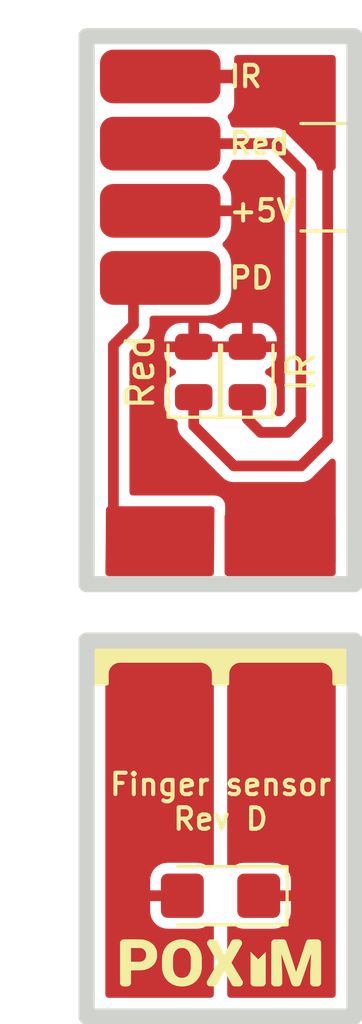
<source format=kicad_pcb>
(kicad_pcb (version 20171130) (host pcbnew "(5.1.0-0)")

  (general
    (thickness 1.6)
    (drawings 46)
    (tracks 27)
    (zones 0)
    (modules 5)
    (nets 5)
  )

  (page A4)
  (title_block
    (title "Finger sensor")
    (date 2020-04-27)
    (rev "Test proto")
    (company POxiM)
    (comment 1 "By Arthur Admiraal")
    (comment 2 "Infrared and red transmissivity sensor")
  )

  (layers
    (0 F.Cu signal)
    (31 B.Cu signal)
    (32 B.Adhes user)
    (33 F.Adhes user)
    (34 B.Paste user)
    (35 F.Paste user)
    (36 B.SilkS user)
    (37 F.SilkS user)
    (38 B.Mask user)
    (39 F.Mask user)
    (40 Dwgs.User user)
    (41 Cmts.User user)
    (42 Eco1.User user)
    (43 Eco2.User user)
    (44 Edge.Cuts user)
    (45 Margin user)
    (46 B.CrtYd user)
    (47 F.CrtYd user)
    (48 B.Fab user)
    (49 F.Fab user)
  )

  (setup
    (last_trace_width 0.2)
    (user_trace_width 0.2)
    (user_trace_width 0.25)
    (user_trace_width 0.3)
    (user_trace_width 0.4)
    (user_trace_width 0.5)
    (user_trace_width 1)
    (user_trace_width 2)
    (user_trace_width 2.5)
    (trace_clearance 0.2)
    (zone_clearance 0)
    (zone_45_only no)
    (trace_min 0.2)
    (via_size 0.8)
    (via_drill 0.4)
    (via_min_size 0.4)
    (via_min_drill 0.3)
    (user_via 0.6 0.3)
    (uvia_size 0.3)
    (uvia_drill 0.1)
    (uvias_allowed no)
    (uvia_min_size 0.2)
    (uvia_min_drill 0.1)
    (edge_width 0.05)
    (segment_width 0.2)
    (pcb_text_width 0.3)
    (pcb_text_size 1.5 1.5)
    (mod_edge_width 0.12)
    (mod_text_size 1 1)
    (mod_text_width 0.15)
    (pad_size 1.524 1.524)
    (pad_drill 0.762)
    (pad_to_mask_clearance 0.051)
    (solder_mask_min_width 0.25)
    (aux_axis_origin 0 0)
    (grid_origin 104 93)
    (visible_elements FFFFFF7F)
    (pcbplotparams
      (layerselection 0x210a8_7fffffff)
      (usegerberextensions false)
      (usegerberattributes false)
      (usegerberadvancedattributes false)
      (creategerberjobfile false)
      (excludeedgelayer true)
      (linewidth 0.100000)
      (plotframeref false)
      (viasonmask false)
      (mode 1)
      (useauxorigin false)
      (hpglpennumber 1)
      (hpglpenspeed 20)
      (hpglpendiameter 15.000000)
      (psnegative false)
      (psa4output false)
      (plotreference true)
      (plotvalue true)
      (plotinvisibletext false)
      (padsonsilk false)
      (subtractmaskfromsilk false)
      (outputformat 1)
      (mirror false)
      (drillshape 0)
      (scaleselection 1)
      (outputdirectory "Fabrication"))
  )

  (net 0 "")
  (net 1 /Photodiode)
  (net 2 +5V)
  (net 3 /LED.IR)
  (net 4 /LED.Red)

  (net_class Default "Dit is de standaard class."
    (clearance 0.2)
    (trace_width 0.2)
    (via_dia 0.8)
    (via_drill 0.4)
    (uvia_dia 0.3)
    (uvia_drill 0.1)
    (add_net +5V)
    (add_net /LED.IR)
    (add_net /LED.Red)
    (add_net /Photodiode)
  )

  (module POxiM-uncategorised:Finger-CableConnection (layer F.Cu) (tedit 5EE0DDE8) (tstamp 5EA6C779)
    (at 106.75 61.75)
    (path /5EA73172)
    (fp_text reference J3 (at 2.5 0 180) (layer F.SilkS) hide
      (effects (font (size 1 1) (thickness 0.15)) (justify left))
    )
    (fp_text value "To readout unit" (at 0 -5.75) (layer F.Fab)
      (effects (font (size 1 1) (thickness 0.15)))
    )
    (pad 4 smd roundrect (at 0 3.75 180) (size 4.5 2) (layers F.Cu F.Paste F.Mask) (roundrect_rratio 0.25)
      (net 1 /Photodiode))
    (pad 3 smd roundrect (at 0 1.25 180) (size 4.5 2) (layers F.Cu F.Paste F.Mask) (roundrect_rratio 0.25)
      (net 2 +5V))
    (pad 2 smd roundrect (at 0 -1.25) (size 4.5 2) (layers F.Cu F.Paste F.Mask) (roundrect_rratio 0.25)
      (net 4 /LED.Red))
    (pad 1 smd roundrect (at 0 -3.75) (size 4.5 2) (layers F.Cu F.Paste F.Mask) (roundrect_rratio 0.25)
      (net 3 /LED.IR))
  )

  (module LED_SMD:LED_0805_2012Metric (layer F.Cu) (tedit 5B36C52C) (tstamp 5EE0D8A8)
    (at 110 69 90)
    (descr "LED SMD 0805 (2012 Metric), square (rectangular) end terminal, IPC_7351 nominal, (Body size source: https://docs.google.com/spreadsheets/d/1BsfQQcO9C6DZCsRaXUlFlo91Tg2WpOkGARC1WS5S8t0/edit?usp=sharing), generated with kicad-footprint-generator")
    (tags diode)
    (path /5EE0E1BF)
    (attr smd)
    (fp_text reference D3 (at -1.75 0 90) (layer F.SilkS) hide
      (effects (font (size 1 1) (thickness 0.15)) (justify right))
    )
    (fp_text value "Red (660nm)" (at -1.25 0 90) (layer F.Fab)
      (effects (font (size 1 1) (thickness 0.15)) (justify right))
    )
    (fp_line (start 1 -0.6) (end -0.7 -0.6) (layer F.Fab) (width 0.1))
    (fp_line (start -0.7 -0.6) (end -1 -0.3) (layer F.Fab) (width 0.1))
    (fp_line (start -1 -0.3) (end -1 0.6) (layer F.Fab) (width 0.1))
    (fp_line (start -1 0.6) (end 1 0.6) (layer F.Fab) (width 0.1))
    (fp_line (start 1 0.6) (end 1 -0.6) (layer F.Fab) (width 0.1))
    (fp_line (start 1 -0.96) (end -1.685 -0.96) (layer F.SilkS) (width 0.12))
    (fp_line (start -1.685 -0.96) (end -1.685 0.96) (layer F.SilkS) (width 0.12))
    (fp_line (start -1.685 0.96) (end 1 0.96) (layer F.SilkS) (width 0.12))
    (fp_line (start -1.68 0.95) (end -1.68 -0.95) (layer F.CrtYd) (width 0.05))
    (fp_line (start -1.68 -0.95) (end 1.68 -0.95) (layer F.CrtYd) (width 0.05))
    (fp_line (start 1.68 -0.95) (end 1.68 0.95) (layer F.CrtYd) (width 0.05))
    (fp_line (start 1.68 0.95) (end -1.68 0.95) (layer F.CrtYd) (width 0.05))
    (fp_text user %R (at 0 0 90) (layer F.Fab)
      (effects (font (size 0.5 0.5) (thickness 0.08)))
    )
    (pad 1 smd roundrect (at -0.9375 0 90) (size 0.975 1.4) (layers F.Cu F.Paste F.Mask) (roundrect_rratio 0.25)
      (net 4 /LED.Red))
    (pad 2 smd roundrect (at 0.9375 0 90) (size 0.975 1.4) (layers F.Cu F.Paste F.Mask) (roundrect_rratio 0.25)
      (net 2 +5V))
    (model ${KISYS3DMOD}/LED_SMD.3dshapes/LED_0805_2012Metric.wrl
      (at (xyz 0 0 0))
      (scale (xyz 1 1 1))
      (rotate (xyz 0 0 0))
    )
  )

  (module LED_SMD:LED_0805_2012Metric (layer F.Cu) (tedit 5B36C52C) (tstamp 5EEA7AA3)
    (at 108 69 90)
    (descr "LED SMD 0805 (2012 Metric), square (rectangular) end terminal, IPC_7351 nominal, (Body size source: https://docs.google.com/spreadsheets/d/1BsfQQcO9C6DZCsRaXUlFlo91Tg2WpOkGARC1WS5S8t0/edit?usp=sharing), generated with kicad-footprint-generator")
    (tags diode)
    (path /5EE0E711)
    (attr smd)
    (fp_text reference D2 (at -1.75 0 90) (layer F.SilkS) hide
      (effects (font (size 1 1) (thickness 0.15)) (justify right))
    )
    (fp_text value "IR (940nm)" (at -1.25 0 90) (layer F.Fab)
      (effects (font (size 1 1) (thickness 0.15)) (justify right))
    )
    (fp_line (start 1 -0.6) (end -0.7 -0.6) (layer F.Fab) (width 0.1))
    (fp_line (start -0.7 -0.6) (end -1 -0.3) (layer F.Fab) (width 0.1))
    (fp_line (start -1 -0.3) (end -1 0.6) (layer F.Fab) (width 0.1))
    (fp_line (start -1 0.6) (end 1 0.6) (layer F.Fab) (width 0.1))
    (fp_line (start 1 0.6) (end 1 -0.6) (layer F.Fab) (width 0.1))
    (fp_line (start 1 -0.96) (end -1.685 -0.96) (layer F.SilkS) (width 0.12))
    (fp_line (start -1.685 -0.96) (end -1.685 0.96) (layer F.SilkS) (width 0.12))
    (fp_line (start -1.685 0.96) (end 1 0.96) (layer F.SilkS) (width 0.12))
    (fp_line (start -1.68 0.95) (end -1.68 -0.95) (layer F.CrtYd) (width 0.05))
    (fp_line (start -1.68 -0.95) (end 1.68 -0.95) (layer F.CrtYd) (width 0.05))
    (fp_line (start 1.68 -0.95) (end 1.68 0.95) (layer F.CrtYd) (width 0.05))
    (fp_line (start 1.68 0.95) (end -1.68 0.95) (layer F.CrtYd) (width 0.05))
    (fp_text user %R (at 0 0 90) (layer F.Fab)
      (effects (font (size 0.5 0.5) (thickness 0.08)))
    )
    (pad 1 smd roundrect (at -0.9375 0 90) (size 0.975 1.4) (layers F.Cu F.Paste F.Mask) (roundrect_rratio 0.25)
      (net 3 /LED.IR))
    (pad 2 smd roundrect (at 0.9375 0 90) (size 0.975 1.4) (layers F.Cu F.Paste F.Mask) (roundrect_rratio 0.25)
      (net 2 +5V))
    (model ${KISYS3DMOD}/LED_SMD.3dshapes/LED_0805_2012Metric.wrl
      (at (xyz 0 0 0))
      (scale (xyz 1 1 1))
      (rotate (xyz 0 0 0))
    )
  )

  (module POxiM-logos:POxiMLogo_GoldHeart_W7_5mm (layer F.Cu) (tedit 5EA35749) (tstamp 5EE138FF)
    (at 109 91)
    (fp_text reference G*** (at 0 0) (layer F.SilkS) hide
      (effects (font (size 1.524 1.524) (thickness 0.3)))
    )
    (fp_text value LOGO (at 0.75 0) (layer F.SilkS) hide
      (effects (font (size 1.524 1.524) (thickness 0.3)))
    )
    (fp_poly (pts (xy 1.313198 -0.862112) (xy 1.340705 -0.849507) (xy 1.353761 -0.840662) (xy 1.371213 -0.823979)
      (xy 1.386853 -0.80281) (xy 1.39875 -0.780056) (xy 1.403537 -0.765887) (xy 1.408812 -0.74493)
      (xy 1.411664 -0.758266) (xy 1.420642 -0.784096) (xy 1.435649 -0.809255) (xy 1.455187 -0.83189)
      (xy 1.477756 -0.850147) (xy 1.492714 -0.858502) (xy 1.510535 -0.86401) (xy 1.532847 -0.866977)
      (xy 1.556959 -0.867404) (xy 1.580176 -0.86529) (xy 1.599806 -0.860636) (xy 1.605126 -0.858502)
      (xy 1.624458 -0.846772) (xy 1.643993 -0.83016) (xy 1.661393 -0.810969) (xy 1.67432 -0.791503)
      (xy 1.6755 -0.789175) (xy 1.680967 -0.776681) (xy 1.684156 -0.765137) (xy 1.685644 -0.75159)
      (xy 1.686006 -0.735404) (xy 1.685346 -0.717869) (xy 1.68284 -0.702272) (xy 1.677853 -0.687135)
      (xy 1.669748 -0.670981) (xy 1.65789 -0.65233) (xy 1.641643 -0.629707) (xy 1.639044 -0.626222)
      (xy 1.631825 -0.61736) (xy 1.620545 -0.604512) (xy 1.605874 -0.588367) (xy 1.588479 -0.569616)
      (xy 1.569031 -0.548949) (xy 1.548197 -0.527057) (xy 1.526646 -0.504628) (xy 1.505047 -0.482354)
      (xy 1.484068 -0.460924) (xy 1.464379 -0.441029) (xy 1.446648 -0.423358) (xy 1.431544 -0.408602)
      (xy 1.419736 -0.397451) (xy 1.411891 -0.390595) (xy 1.408842 -0.388659) (xy 1.405386 -0.391268)
      (xy 1.397222 -0.398681) (xy 1.384995 -0.410275) (xy 1.369347 -0.425429) (xy 1.350923 -0.443519)
      (xy 1.330366 -0.463925) (xy 1.313211 -0.481102) (xy 1.276578 -0.518314) (xy 1.245238 -0.551052)
      (xy 1.218739 -0.579849) (xy 1.196631 -0.60524) (xy 1.178461 -0.627757) (xy 1.163778 -0.647934)
      (xy 1.152132 -0.666305) (xy 1.144444 -0.680569) (xy 1.136854 -0.696842) (xy 1.132432 -0.709384)
      (xy 1.130419 -0.720996) (xy 1.13005 -0.733828) (xy 1.133842 -0.764396) (xy 1.14388 -0.791892)
      (xy 1.159261 -0.815883) (xy 1.179082 -0.83594) (xy 1.20244 -0.85163) (xy 1.228434 -0.862524)
      (xy 1.25616 -0.868189) (xy 1.284716 -0.868196) (xy 1.313198 -0.862112)) (layer F.Mask) (width 0.01))
    (fp_poly (pts (xy 3.566099 -0.872038) (xy 3.59161 -0.871569) (xy 3.612434 -0.870754) (xy 3.629304 -0.869544)
      (xy 3.642952 -0.867887) (xy 3.654112 -0.865735) (xy 3.663517 -0.863038) (xy 3.6719 -0.859746)
      (xy 3.678418 -0.856622) (xy 3.70042 -0.841897) (xy 3.720516 -0.82197) (xy 3.736413 -0.79925)
      (xy 3.740348 -0.791547) (xy 3.751321 -0.767792) (xy 3.751321 0.767792) (xy 3.740348 0.791547)
      (xy 3.723796 0.818582) (xy 3.701724 0.84084) (xy 3.675081 0.857567) (xy 3.644819 0.868009)
      (xy 3.64349 0.868297) (xy 3.631897 0.869835) (xy 3.614334 0.871026) (xy 3.592445 0.871866)
      (xy 3.567873 0.872348) (xy 3.542263 0.872468) (xy 3.517257 0.872219) (xy 3.494499 0.871597)
      (xy 3.475632 0.870595) (xy 3.462301 0.869207) (xy 3.460629 0.868919) (xy 3.429617 0.859291)
      (xy 3.402095 0.843149) (xy 3.378926 0.82113) (xy 3.361978 0.79582) (xy 3.351231 0.775412)
      (xy 3.350382 0.582988) (xy 3.350255 0.550378) (xy 3.350189 0.520676) (xy 3.350208 0.493178)
      (xy 3.350331 0.467182) (xy 3.350582 0.441984) (xy 3.350982 0.416881) (xy 3.351552 0.391171)
      (xy 3.352315 0.364149) (xy 3.353293 0.335114) (xy 3.354506 0.303362) (xy 3.355977 0.268189)
      (xy 3.357727 0.228893) (xy 3.359779 0.184771) (xy 3.362153 0.135119) (xy 3.364872 0.079234)
      (xy 3.367828 0.019052) (xy 3.370384 -0.033501) (xy 3.372773 -0.083908) (xy 3.374975 -0.131647)
      (xy 3.376967 -0.176196) (xy 3.378728 -0.217034) (xy 3.380238 -0.253638) (xy 3.381475 -0.285487)
      (xy 3.382418 -0.312057) (xy 3.383045 -0.332827) (xy 3.383335 -0.347275) (xy 3.383268 -0.354879)
      (xy 3.383107 -0.355939) (xy 3.379911 -0.355326) (xy 3.376199 -0.349151) (xy 3.375904 -0.348402)
      (xy 3.374219 -0.343608) (xy 3.37021 -0.331998) (xy 3.364011 -0.313967) (xy 3.355757 -0.289913)
      (xy 3.345586 -0.260231) (xy 3.333631 -0.225317) (xy 3.320029 -0.185567) (xy 3.304914 -0.141379)
      (xy 3.288423 -0.093147) (xy 3.270692 -0.041268) (xy 3.251855 0.013861) (xy 3.232048 0.071845)
      (xy 3.211406 0.132288) (xy 3.190066 0.194792) (xy 3.179197 0.226634) (xy 3.152055 0.306095)
      (xy 3.127248 0.378598) (xy 3.104683 0.444408) (xy 3.084267 0.503792) (xy 3.065905 0.557014)
      (xy 3.049504 0.60434) (xy 3.034971 0.646035) (xy 3.022213 0.682366) (xy 3.011135 0.713596)
      (xy 3.001645 0.739993) (xy 2.99365 0.761821) (xy 2.987055 0.779346) (xy 2.981767 0.792833)
      (xy 2.977693 0.802548) (xy 2.974739 0.808756) (xy 2.973645 0.810641) (xy 2.955046 0.832818)
      (xy 2.931381 0.851227) (xy 2.905416 0.863909) (xy 2.896649 0.866514) (xy 2.88639 0.868381)
      (xy 2.873271 0.86962) (xy 2.855924 0.870337) (xy 2.832981 0.870641) (xy 2.819682 0.870672)
      (xy 2.79554 0.87063) (xy 2.777579 0.870389) (xy 2.764357 0.869773) (xy 2.754436 0.868609)
      (xy 2.746375 0.866722) (xy 2.738734 0.863937) (xy 2.730072 0.860081) (xy 2.729291 0.85972)
      (xy 2.710879 0.848898) (xy 2.692373 0.834099) (xy 2.67604 0.817415) (xy 2.664144 0.800943)
      (xy 2.662594 0.798054) (xy 2.660752 0.793235) (xy 2.656598 0.781597) (xy 2.650268 0.763535)
      (xy 2.641897 0.739447) (xy 2.631623 0.709729) (xy 2.619581 0.674777) (xy 2.605908 0.63499)
      (xy 2.590739 0.590763) (xy 2.57421 0.542493) (xy 2.556459 0.490577) (xy 2.537621 0.435412)
      (xy 2.517831 0.377394) (xy 2.497227 0.31692) (xy 2.475944 0.254387) (xy 2.465239 0.222907)
      (xy 2.443719 0.159647) (xy 2.42284 0.098337) (xy 2.402734 0.039367) (xy 2.383536 -0.016874)
      (xy 2.36538 -0.069996) (xy 2.348398 -0.119609) (xy 2.332726 -0.165323) (xy 2.318497 -0.206749)
      (xy 2.305844 -0.243497) (xy 2.294901 -0.275177) (xy 2.285802 -0.3014) (xy 2.278682 -0.321777)
      (xy 2.273673 -0.335916) (xy 2.27091 -0.343429) (xy 2.270406 -0.344586) (xy 2.266355 -0.346736)
      (xy 2.26548 -0.346318) (xy 2.26541 -0.34234) (xy 2.265701 -0.331259) (xy 2.266329 -0.313585)
      (xy 2.267272 -0.289826) (xy 2.268507 -0.26049) (xy 2.270013 -0.226087) (xy 2.271766 -0.187125)
      (xy 2.273745 -0.144112) (xy 2.275925 -0.097558) (xy 2.278286 -0.047971) (xy 2.280805 0.00414)
      (xy 2.282661 0.042087) (xy 2.285801 0.10614) (xy 2.288573 0.163239) (xy 2.290999 0.214042)
      (xy 2.293099 0.259205) (xy 2.294895 0.299385) (xy 2.296408 0.335239) (xy 2.297659 0.367426)
      (xy 2.298668 0.3966) (xy 2.299459 0.423421) (xy 2.30005 0.448544) (xy 2.300465 0.472626)
      (xy 2.300723 0.496326) (xy 2.300845 0.520299) (xy 2.300854 0.545203) (xy 2.30077 0.571695)
      (xy 2.300616 0.600135) (xy 2.300358 0.640777) (xy 2.300102 0.674526) (xy 2.299812 0.702108)
      (xy 2.299451 0.724252) (xy 2.298984 0.741684) (xy 2.298373 0.75513) (xy 2.297582 0.76532)
      (xy 2.296576 0.772979) (xy 2.295316 0.778835) (xy 2.293767 0.783615) (xy 2.291892 0.788047)
      (xy 2.291113 0.789735) (xy 2.280195 0.807924) (xy 2.265047 0.826333) (xy 2.247896 0.842606)
      (xy 2.23097 0.854382) (xy 2.229149 0.855337) (xy 2.21456 0.861472) (xy 2.19797 0.866775)
      (xy 2.191735 0.868293) (xy 2.180971 0.869672) (xy 2.164177 0.870744) (xy 2.14294 0.871505)
      (xy 2.118843 0.871953) (xy 2.093473 0.872086) (xy 2.068414 0.871899) (xy 2.045252 0.871392)
      (xy 2.025572 0.87056) (xy 2.010959 0.869402) (xy 2.005614 0.868616) (xy 1.97851 0.859622)
      (xy 1.952975 0.844348) (xy 1.930702 0.824132) (xy 1.913387 0.800315) (xy 1.909361 0.792559)
      (xy 1.899475 0.771602) (xy 1.899475 -0.771602) (xy 1.909361 -0.792559) (xy 1.925457 -0.818065)
      (xy 1.947594 -0.840072) (xy 1.974548 -0.857392) (xy 1.977588 -0.858881) (xy 2.002356 -0.870672)
      (xy 2.179538 -0.870672) (xy 2.22087 -0.870666) (xy 2.255307 -0.870625) (xy 2.283573 -0.870518)
      (xy 2.306393 -0.870313) (xy 2.324493 -0.869978) (xy 2.338598 -0.86948) (xy 2.349432 -0.868788)
      (xy 2.357722 -0.86787) (xy 2.364191 -0.866693) (xy 2.369566 -0.865227) (xy 2.37457 -0.863438)
      (xy 2.378447 -0.861894) (xy 2.401285 -0.849598) (xy 2.422374 -0.832605) (xy 2.439528 -0.812896)
      (xy 2.447784 -0.799047) (xy 2.44965 -0.793985) (xy 2.453662 -0.782201) (xy 2.459669 -0.764171)
      (xy 2.467516 -0.740371) (xy 2.47705 -0.711277) (xy 2.488119 -0.677366) (xy 2.500569 -0.639112)
      (xy 2.514247 -0.596993) (xy 2.528999 -0.551485) (xy 2.544673 -0.503063) (xy 2.561115 -0.452203)
      (xy 2.578173 -0.399382) (xy 2.595692 -0.345076) (xy 2.61352 -0.28976) (xy 2.631503 -0.233912)
      (xy 2.649488 -0.178006) (xy 2.667323 -0.122519) (xy 2.684853 -0.067927) (xy 2.701926 -0.014706)
      (xy 2.718389 0.036668) (xy 2.734088 0.085718) (xy 2.74887 0.131969) (xy 2.762581 0.174945)
      (xy 2.77507 0.21417) (xy 2.786182 0.249167) (xy 2.795764 0.27946) (xy 2.803663 0.304574)
      (xy 2.809726 0.324032) (xy 2.8138 0.337358) (xy 2.815731 0.344077) (xy 2.815872 0.344778)
      (xy 2.81891 0.346605) (xy 2.820635 0.346736) (xy 2.822452 0.343136) (xy 2.826511 0.332464)
      (xy 2.83275 0.314913) (xy 2.841103 0.290675) (xy 2.851509 0.259942) (xy 2.863902 0.222907)
      (xy 2.878219 0.179762) (xy 2.894396 0.130698) (xy 2.912371 0.075909) (xy 2.932078 0.015585)
      (xy 2.953454 -0.05008) (xy 2.976436 -0.120894) (xy 3.00096 -0.196666) (xy 3.006056 -0.212437)
      (xy 3.026602 -0.275964) (xy 3.046628 -0.337758) (xy 3.065999 -0.397407) (xy 3.084579 -0.454495)
      (xy 3.102232 -0.508611) (xy 3.118822 -0.55934) (xy 3.134214 -0.606271) (xy 3.148271 -0.648988)
      (xy 3.160857 -0.687079) (xy 3.171837 -0.72013) (xy 3.181075 -0.747729) (xy 3.188435 -0.769461)
      (xy 3.193781 -0.784914) (xy 3.196977 -0.793674) (xy 3.197574 -0.795105) (xy 3.212931 -0.819801)
      (xy 3.233994 -0.841162) (xy 3.259043 -0.857571) (xy 3.268539 -0.861887) (xy 3.273981 -0.86401)
      (xy 3.279321 -0.865766) (xy 3.285323 -0.867196) (xy 3.292747 -0.868341) (xy 3.302357 -0.869243)
      (xy 3.314916 -0.869941) (xy 3.331185 -0.870478) (xy 3.351927 -0.870894) (xy 3.377905 -0.87123)
      (xy 3.40988 -0.871527) (xy 3.448616 -0.871826) (xy 3.454111 -0.871867) (xy 3.498082 -0.872137)
      (xy 3.535167 -0.872211) (xy 3.566099 -0.872038)) (layer F.SilkS) (width 0.01))
    (fp_poly (pts (xy 1.265978 -0.267674) (xy 1.407984 -0.125732) (xy 1.501315 -0.219345) (xy 1.525675 -0.243691)
      (xy 1.550517 -0.268362) (xy 1.574776 -0.29231) (xy 1.597384 -0.314486) (xy 1.617276 -0.333843)
      (xy 1.633386 -0.349335) (xy 1.639465 -0.355092) (xy 1.684284 -0.397228) (xy 1.682284 0.771602)
      (xy 1.673831 0.789735) (xy 1.662913 0.807924) (xy 1.647765 0.826333) (xy 1.630614 0.842606)
      (xy 1.613688 0.854382) (xy 1.611867 0.855337) (xy 1.603217 0.859429) (xy 1.594472 0.862822)
      (xy 1.58485 0.865578) (xy 1.573567 0.867761) (xy 1.559837 0.869433) (xy 1.542878 0.870658)
      (xy 1.521904 0.8715) (xy 1.496133 0.87202) (xy 1.464779 0.872283) (xy 1.427058 0.872352)
      (xy 1.401081 0.872326) (xy 1.360482 0.872207) (xy 1.32678 0.871977) (xy 1.299248 0.871612)
      (xy 1.277162 0.871088) (xy 1.259799 0.87038) (xy 1.246432 0.869464) (xy 1.236337 0.868316)
      (xy 1.228791 0.866911) (xy 1.227036 0.866469) (xy 1.196919 0.854641) (xy 1.170987 0.836776)
      (xy 1.149996 0.813538) (xy 1.134706 0.785592) (xy 1.134668 0.785499) (xy 1.125968 0.763981)
      (xy 1.124969 0.177182) (xy 1.123971 -0.409616) (xy 1.265978 -0.267674)) (layer F.SilkS) (width 0.01))
    (fp_poly (pts (xy 0.717183 -0.86046) (xy 0.74394 -0.844198) (xy 0.766747 -0.82288) (xy 0.784047 -0.798035)
      (xy 0.787286 -0.791547) (xy 0.793042 -0.777821) (xy 0.796379 -0.765648) (xy 0.797912 -0.751878)
      (xy 0.798258 -0.735404) (xy 0.797905 -0.717978) (xy 0.796391 -0.705041) (xy 0.793069 -0.69348)
      (xy 0.787292 -0.68018) (xy 0.786368 -0.678248) (xy 0.782782 -0.67145) (xy 0.775655 -0.658552)
      (xy 0.76527 -0.640044) (xy 0.751907 -0.616421) (xy 0.735847 -0.588174) (xy 0.717372 -0.555797)
      (xy 0.696763 -0.51978) (xy 0.674301 -0.480618) (xy 0.650267 -0.438802) (xy 0.624943 -0.394825)
      (xy 0.598609 -0.349179) (xy 0.587714 -0.330319) (xy 0.400967 -0.007157) (xy 0.611368 0.336945)
      (xy 0.644889 0.391858) (xy 0.676143 0.443242) (xy 0.704956 0.490803) (xy 0.731154 0.53425)
      (xy 0.754562 0.573288) (xy 0.775007 0.607626) (xy 0.792313 0.63697) (xy 0.806306 0.661027)
      (xy 0.816812 0.679504) (xy 0.823657 0.692109) (xy 0.826666 0.698548) (xy 0.826716 0.698716)
      (xy 0.829491 0.715146) (xy 0.830218 0.735585) (xy 0.829849 0.744652) (xy 0.824269 0.776345)
      (xy 0.81199 0.804576) (xy 0.793298 0.828934) (xy 0.768478 0.849008) (xy 0.750646 0.85888)
      (xy 0.725878 0.870672) (xy 0.628899 0.871969) (xy 0.592646 0.872289) (xy 0.563 0.872107)
      (xy 0.538958 0.871317) (xy 0.519517 0.869811) (xy 0.503673 0.867481) (xy 0.490424 0.86422)
      (xy 0.478766 0.85992) (xy 0.468152 0.854722) (xy 0.46213 0.851422) (xy 0.456555 0.848109)
      (xy 0.451219 0.844414) (xy 0.445916 0.839964) (xy 0.440438 0.83439) (xy 0.434579 0.827321)
      (xy 0.42813 0.818386) (xy 0.420886 0.807215) (xy 0.412638 0.793437) (xy 0.403181 0.776682)
      (xy 0.392306 0.756579) (xy 0.379806 0.732757) (xy 0.365475 0.704846) (xy 0.349106 0.672476)
      (xy 0.330491 0.635275) (xy 0.309423 0.592873) (xy 0.285695 0.5449) (xy 0.2591 0.490984)
      (xy 0.229431 0.430756) (xy 0.216206 0.4039) (xy 0.151472 0.272442) (xy 0.017076 0.543082)
      (xy -0.008474 0.594531) (xy -0.030901 0.639614) (xy -0.050482 0.678788) (xy -0.067495 0.712507)
      (xy -0.082216 0.741228) (xy -0.094924 0.765405) (xy -0.105895 0.785494) (xy -0.115407 0.80195)
      (xy -0.123737 0.815228) (xy -0.131163 0.825784) (xy -0.137961 0.834072) (xy -0.144409 0.840549)
      (xy -0.150785 0.845669) (xy -0.157366 0.849888) (xy -0.164428 0.85366) (xy -0.17225 0.857442)
      (xy -0.175277 0.85888) (xy -0.200045 0.870672) (xy -0.293399 0.871374) (xy -0.320338 0.871433)
      (xy -0.345639 0.871217) (xy -0.368011 0.870761) (xy -0.386165 0.870095) (xy -0.39881 0.869252)
      (xy -0.403398 0.868638) (xy -0.431843 0.859003) (xy -0.457796 0.842872) (xy -0.479956 0.821278)
      (xy -0.497024 0.795252) (xy -0.49778 0.79373) (xy -0.505972 0.770577) (xy -0.510073 0.744593)
      (xy -0.509914 0.718572) (xy -0.505324 0.695303) (xy -0.504 0.691584) (xy -0.501076 0.685678)
      (xy -0.494569 0.673666) (xy -0.484749 0.656017) (xy -0.471884 0.6332) (xy -0.456243 0.605686)
      (xy -0.438095 0.573943) (xy -0.417709 0.538442) (xy -0.395353 0.499651) (xy -0.371297 0.458041)
      (xy -0.345809 0.41408) (xy -0.319159 0.368239) (xy -0.301084 0.337218) (xy -0.273977 0.290703)
      (xy -0.247951 0.245979) (xy -0.223265 0.203495) (xy -0.200177 0.163698) (xy -0.178944 0.127034)
      (xy -0.159826 0.093951) (xy -0.143081 0.064896) (xy -0.128966 0.040316) (xy -0.11774 0.020658)
      (xy -0.10966 0.00637) (xy -0.104986 -0.002102) (xy -0.103877 -0.004338) (xy -0.105509 -0.008489)
      (xy -0.110744 -0.018815) (xy -0.119354 -0.034909) (xy -0.131106 -0.056358) (xy -0.145772 -0.082755)
      (xy -0.163121 -0.113688) (xy -0.182922 -0.148748) (xy -0.204945 -0.187526) (xy -0.22896 -0.22961)
      (xy -0.254737 -0.274593) (xy -0.282046 -0.322063) (xy -0.294833 -0.344231) (xy -0.321786 -0.390999)
      (xy -0.347742 -0.436199) (xy -0.372435 -0.479356) (xy -0.395599 -0.519999) (xy -0.416967 -0.557654)
      (xy -0.436272 -0.591849) (xy -0.453248 -0.622109) (xy -0.467628 -0.647962) (xy -0.479146 -0.668935)
      (xy -0.487535 -0.684555) (xy -0.492528 -0.694349) (xy -0.493797 -0.697276) (xy -0.498023 -0.718947)
      (xy -0.498407 -0.743818) (xy -0.495134 -0.76862) (xy -0.488559 -0.789705) (xy -0.476032 -0.810721)
      (xy -0.458212 -0.831039) (xy -0.437281 -0.848488) (xy -0.418084 -0.859721) (xy -0.394374 -0.870672)
      (xy -0.293399 -0.870594) (xy -0.261902 -0.870507) (xy -0.237044 -0.870262) (xy -0.217845 -0.869804)
      (xy -0.203322 -0.86908) (xy -0.192494 -0.868035) (xy -0.184381 -0.866615) (xy -0.178002 -0.864764)
      (xy -0.176188 -0.864081) (xy -0.154666 -0.853346) (xy -0.134572 -0.839359) (xy -0.118547 -0.824044)
      (xy -0.114827 -0.81934) (xy -0.111501 -0.813603) (xy -0.105177 -0.80156) (xy -0.096139 -0.783787)
      (xy -0.08467 -0.760856) (xy -0.071053 -0.733341) (xy -0.05557 -0.701817) (xy -0.038504 -0.666857)
      (xy -0.020138 -0.629034) (xy -0.000756 -0.588923) (xy 0.01884 -0.548183) (xy 0.038731 -0.506767)
      (xy 0.057695 -0.467345) (xy 0.07547 -0.430457) (xy 0.091795 -0.396643) (xy 0.106406 -0.366443)
      (xy 0.119043 -0.340399) (xy 0.129444 -0.31905) (xy 0.137346 -0.302938) (xy 0.142489 -0.292603)
      (xy 0.144609 -0.288584) (xy 0.144623 -0.288568) (xy 0.146659 -0.291437) (xy 0.151751 -0.300649)
      (xy 0.15964 -0.315687) (xy 0.170063 -0.336032) (xy 0.182763 -0.361166) (xy 0.197477 -0.390572)
      (xy 0.213947 -0.42373) (xy 0.231911 -0.460124) (xy 0.25111 -0.499235) (xy 0.271284 -0.540544)
      (xy 0.274607 -0.54737) (xy 0.298347 -0.596122) (xy 0.319024 -0.638507) (xy 0.336897 -0.675018)
      (xy 0.352223 -0.706146) (xy 0.365261 -0.732384) (xy 0.376269 -0.754224) (xy 0.385507 -0.772158)
      (xy 0.393233 -0.786679) (xy 0.399704 -0.798277) (xy 0.405179 -0.807447) (xy 0.409917 -0.814679)
      (xy 0.414176 -0.820466) (xy 0.418215 -0.8253) (xy 0.422291 -0.829673) (xy 0.423468 -0.830875)
      (xy 0.444479 -0.84908) (xy 0.465856 -0.861072) (xy 0.467287 -0.861662) (xy 0.474253 -0.864355)
      (xy 0.480875 -0.866451) (xy 0.488196 -0.868024) (xy 0.497257 -0.869148) (xy 0.509097 -0.8699)
      (xy 0.52476 -0.870353) (xy 0.545285 -0.870582) (xy 0.571715 -0.870664) (xy 0.592515 -0.870672)
      (xy 0.695395 -0.870672) (xy 0.717183 -0.86046)) (layer F.SilkS) (width 0.01))
    (fp_poly (pts (xy -1.394555 -0.871167) (xy -1.317611 -0.864336) (xy -1.243921 -0.850769) (xy -1.17362 -0.830519)
      (xy -1.106844 -0.803641) (xy -1.043729 -0.770186) (xy -0.98441 -0.73021) (xy -0.929023 -0.683765)
      (xy -0.884836 -0.638907) (xy -0.838918 -0.582538) (xy -0.79953 -0.522258) (xy -0.766698 -0.458132)
      (xy -0.740452 -0.390223) (xy -0.720817 -0.318599) (xy -0.707823 -0.243322) (xy -0.70516 -0.219388)
      (xy -0.704164 -0.204775) (xy -0.703313 -0.183574) (xy -0.702607 -0.156819) (xy -0.702045 -0.125541)
      (xy -0.701629 -0.090773) (xy -0.701356 -0.053547) (xy -0.701229 -0.014895) (xy -0.701246 0.024151)
      (xy -0.701408 0.062558) (xy -0.701714 0.099293) (xy -0.702166 0.133326) (xy -0.702762 0.163623)
      (xy -0.703502 0.189152) (xy -0.704388 0.208881) (xy -0.70516 0.219387) (xy -0.716105 0.296423)
      (xy -0.733569 0.369518) (xy -0.757568 0.4387) (xy -0.788114 0.503996) (xy -0.825221 0.565434)
      (xy -0.868903 0.623039) (xy -0.919173 0.67684) (xy -0.947889 0.703293) (xy -1.001699 0.745416)
      (xy -1.060172 0.781708) (xy -1.122944 0.812068) (xy -1.189653 0.836392) (xy -1.259934 0.854577)
      (xy -1.333425 0.866522) (xy -1.40976 0.872123) (xy -1.488578 0.871279) (xy -1.531773 0.868131)
      (xy -1.606143 0.857524) (xy -1.677692 0.840082) (xy -1.746075 0.815991) (xy -1.81095 0.785439)
      (xy -1.871971 0.748613) (xy -1.928796 0.705701) (xy -1.98108 0.656889) (xy -2.02848 0.602364)
      (xy -2.034605 0.594419) (xy -2.075467 0.534456) (xy -2.109626 0.470947) (xy -2.137109 0.403826)
      (xy -2.157942 0.333025) (xy -2.172152 0.258478) (xy -2.17377 0.246527) (xy -2.175304 0.230096)
      (xy -2.176622 0.207062) (xy -2.177724 0.178417) (xy -2.178611 0.145152) (xy -2.179283 0.108259)
      (xy -2.17974 0.068732) (xy -2.179982 0.027562) (xy -2.179994 0.00928) (xy -1.778922 0.00928)
      (xy -1.778885 0.061143) (xy -1.778256 0.106703) (xy -1.777003 0.146611) (xy -1.775097 0.181517)
      (xy -1.772503 0.212069) (xy -1.769192 0.238919) (xy -1.765132 0.262717) (xy -1.762657 0.274347)
      (xy -1.747229 0.328854) (xy -1.727123 0.378234) (xy -1.702561 0.422218) (xy -1.673767 0.460538)
      (xy -1.640964 0.492923) (xy -1.604375 0.519106) (xy -1.564223 0.538818) (xy -1.535367 0.548289)
      (xy -1.519623 0.552449) (xy -1.507117 0.555424) (xy -1.496055 0.557384) (xy -1.484646 0.558501)
      (xy -1.471095 0.558948) (xy -1.453612 0.558897) (xy -1.430403 0.558518) (xy -1.428892 0.55849)
      (xy -1.405662 0.557965) (xy -1.388107 0.55718) (xy -1.374284 0.555863) (xy -1.362248 0.553739)
      (xy -1.350055 0.550536) (xy -1.335759 0.545981) (xy -1.332768 0.544981) (xy -1.290272 0.5268)
      (xy -1.251655 0.502164) (xy -1.217079 0.471271) (xy -1.186707 0.434317) (xy -1.160701 0.391502)
      (xy -1.139223 0.343023) (xy -1.122435 0.289077) (xy -1.122295 0.288525) (xy -1.118535 0.272948)
      (xy -1.115354 0.257824) (xy -1.112706 0.242366) (xy -1.110543 0.225784) (xy -1.108819 0.207289)
      (xy -1.107486 0.186093) (xy -1.106497 0.161406) (xy -1.105804 0.13244) (xy -1.105361 0.098405)
      (xy -1.10512 0.058513) (xy -1.105034 0.011975) (xy -1.105032 0) (xy -1.105088 -0.04824)
      (xy -1.10529 -0.089647) (xy -1.105682 -0.125008) (xy -1.106313 -0.155111) (xy -1.10723 -0.180742)
      (xy -1.108478 -0.202689) (xy -1.110105 -0.221738) (xy -1.112157 -0.238678) (xy -1.114682 -0.254294)
      (xy -1.117726 -0.269375) (xy -1.121336 -0.284707) (xy -1.122164 -0.288008) (xy -1.138963 -0.342128)
      (xy -1.160507 -0.390761) (xy -1.18664 -0.433728) (xy -1.217204 -0.470846) (xy -1.252044 -0.501934)
      (xy -1.291005 -0.52681) (xy -1.333928 -0.545294) (xy -1.347141 -0.549445) (xy -1.359604 -0.552792)
      (xy -1.371305 -0.555169) (xy -1.383947 -0.556732) (xy -1.399234 -0.557635) (xy -1.418868 -0.558033)
      (xy -1.442229 -0.558086) (xy -1.472913 -0.557669) (xy -1.497823 -0.556334) (xy -1.518784 -0.553739)
      (xy -1.53762 -0.549545) (xy -1.556155 -0.543411) (xy -1.576214 -0.534997) (xy -1.583213 -0.531786)
      (xy -1.620647 -0.510214) (xy -1.655007 -0.481999) (xy -1.685901 -0.447634) (xy -1.712935 -0.407609)
      (xy -1.735718 -0.362416) (xy -1.75091 -0.321977) (xy -1.756791 -0.302939) (xy -1.761727 -0.284655)
      (xy -1.765811 -0.266206) (xy -1.769136 -0.246673) (xy -1.771794 -0.225139) (xy -1.773878 -0.200685)
      (xy -1.77548 -0.172392) (xy -1.776694 -0.139341) (xy -1.777611 -0.100615) (xy -1.778325 -0.055294)
      (xy -1.778399 -0.049535) (xy -1.778922 0.00928) (xy -2.179994 0.00928) (xy -2.18001 -0.01426)
      (xy -2.179824 -0.05574) (xy -2.179423 -0.095886) (xy -2.178809 -0.133707) (xy -2.17798 -0.16821)
      (xy -2.176938 -0.198403) (xy -2.175683 -0.223294) (xy -2.174214 -0.24189) (xy -2.173676 -0.246527)
      (xy -2.16038 -0.321147) (xy -2.140447 -0.392519) (xy -2.114043 -0.460344) (xy -2.08133 -0.524323)
      (xy -2.04247 -0.584154) (xy -1.997628 -0.63954) (xy -1.946966 -0.69018) (xy -1.919272 -0.713814)
      (xy -1.864043 -0.754508) (xy -1.806647 -0.788804) (xy -1.746507 -0.816908) (xy -1.683044 -0.839025)
      (xy -1.615678 -0.85536) (xy -1.543832 -0.866117) (xy -1.474617 -0.871209) (xy -1.394555 -0.871167)) (layer F.SilkS) (width 0.01))
    (fp_poly (pts (xy -3.408229 -0.872091) (xy -3.356484 -0.871894) (xy -3.297733 -0.871623) (xy -3.282643 -0.87155)
      (xy -3.221498 -0.871245) (xy -3.167402 -0.87094) (xy -3.119784 -0.870603) (xy -3.078072 -0.870204)
      (xy -3.041694 -0.869711) (xy -3.010079 -0.869093) (xy -2.982655 -0.868317) (xy -2.958851 -0.867353)
      (xy -2.938094 -0.866169) (xy -2.919814 -0.864734) (xy -2.903438 -0.863016) (xy -2.888396 -0.860983)
      (xy -2.874115 -0.858604) (xy -2.860025 -0.855848) (xy -2.845552 -0.852684) (xy -2.830127 -0.849079)
      (xy -2.816932 -0.845909) (xy -2.75089 -0.826552) (xy -2.688987 -0.801496) (xy -2.631557 -0.771024)
      (xy -2.578936 -0.735419) (xy -2.531457 -0.694964) (xy -2.489455 -0.64994) (xy -2.453264 -0.600632)
      (xy -2.423219 -0.547323) (xy -2.401002 -0.494162) (xy -2.391843 -0.466773) (xy -2.384779 -0.441801)
      (xy -2.379561 -0.417557) (xy -2.375943 -0.392352) (xy -2.373678 -0.364493) (xy -2.372519 -0.332293)
      (xy -2.372218 -0.29721) (xy -2.372308 -0.267734) (xy -2.372644 -0.244414) (xy -2.373327 -0.225787)
      (xy -2.374455 -0.21039) (xy -2.376128 -0.196758) (xy -2.378445 -0.183429) (xy -2.380687 -0.172655)
      (xy -2.395757 -0.115646) (xy -2.415205 -0.064001) (xy -2.439752 -0.016399) (xy -2.470114 0.02848)
      (xy -2.507009 0.071955) (xy -2.522388 0.087876) (xy -2.567183 0.128648) (xy -2.615084 0.163956)
      (xy -2.666702 0.194089) (xy -2.722649 0.219334) (xy -2.783537 0.239978) (xy -2.849978 0.25631)
      (xy -2.899942 0.265302) (xy -2.910746 0.26677) (xy -2.923407 0.268035) (xy -2.93861 0.26912)
      (xy -2.957041 0.270046) (xy -2.979382 0.270838) (xy -3.006319 0.271516) (xy -3.038536 0.272104)
      (xy -3.076718 0.272624) (xy -3.121549 0.273099) (xy -3.142506 0.27329) (xy -3.345304 0.275071)
      (xy -3.346362 0.525241) (xy -3.347419 0.775412) (xy -3.358166 0.79582) (xy -3.376492 0.822751)
      (xy -3.399975 0.844401) (xy -3.427753 0.860134) (xy -3.456817 0.868919) (xy -3.469005 0.870372)
      (xy -3.486924 0.871404) (xy -3.508997 0.872029) (xy -3.533649 0.872261) (xy -3.559302 0.872115)
      (xy -3.584381 0.871605) (xy -3.607308 0.870746) (xy -3.626509 0.86955) (xy -3.640406 0.868033)
      (xy -3.644629 0.867221) (xy -3.674607 0.856033) (xy -3.700803 0.838574) (xy -3.722297 0.815604)
      (xy -3.736537 0.791547) (xy -3.747509 0.767792) (xy -3.747509 -0.037704) (xy -3.345514 -0.037704)
      (xy -3.159758 -0.039029) (xy -3.117237 -0.039342) (xy -3.081605 -0.039646) (xy -3.052132 -0.039975)
      (xy -3.028085 -0.040362) (xy -3.008735 -0.040842) (xy -2.99335 -0.041449) (xy -2.981198 -0.042217)
      (xy -2.971548 -0.04318) (xy -2.963671 -0.044372) (xy -2.956833 -0.045827) (xy -2.950304 -0.04758)
      (xy -2.945451 -0.049025) (xy -2.904813 -0.065049) (xy -2.869061 -0.08684) (xy -2.838454 -0.114144)
      (xy -2.813252 -0.146712) (xy -2.793715 -0.18429) (xy -2.786751 -0.203038) (xy -2.782713 -0.215954)
      (xy -2.779871 -0.227352) (xy -2.77801 -0.239076) (xy -2.776913 -0.252972) (xy -2.776363 -0.270884)
      (xy -2.77615 -0.2934) (xy -2.77646 -0.323885) (xy -2.777985 -0.348765) (xy -2.781119 -0.370011)
      (xy -2.786255 -0.389596) (xy -2.793788 -0.409491) (xy -2.803572 -0.430573) (xy -2.815513 -0.451423)
      (xy -2.830774 -0.471317) (xy -2.846285 -0.487894) (xy -2.87145 -0.510538) (xy -2.897152 -0.527805)
      (xy -2.925983 -0.541236) (xy -2.949262 -0.549134) (xy -2.956072 -0.551114) (xy -2.962705 -0.552772)
      (xy -2.969899 -0.554143) (xy -2.97839 -0.555263) (xy -2.988915 -0.556166) (xy -3.002209 -0.556887)
      (xy -3.01901 -0.557461) (xy -3.040055 -0.557923) (xy -3.066078 -0.558308) (xy -3.097819 -0.55865)
      (xy -3.136011 -0.558985) (xy -3.161663 -0.559191) (xy -3.345514 -0.560648) (xy -3.345514 -0.037704)
      (xy -3.747509 -0.037704) (xy -3.747509 -0.767792) (xy -3.736537 -0.791547) (xy -3.722529 -0.81466)
      (xy -3.703566 -0.835776) (xy -3.68194 -0.852484) (xy -3.674607 -0.856622) (xy -3.668895 -0.859428)
      (xy -3.663119 -0.861897) (xy -3.656781 -0.864048) (xy -3.649386 -0.865899) (xy -3.640438 -0.86747)
      (xy -3.629442 -0.868779) (xy -3.615902 -0.869845) (xy -3.599321 -0.870687) (xy -3.579204 -0.871323)
      (xy -3.555056 -0.871774) (xy -3.52638 -0.872057) (xy -3.492681 -0.872192) (xy -3.453462 -0.872197)
      (xy -3.408229 -0.872091)) (layer F.SilkS) (width 0.01))
  )

  (module LED_SMD:LED_1206_3216Metric_Castellated (layer F.Cu) (tedit 5B301BBE) (tstamp 5EEA7AEE)
    (at 109 88.5 180)
    (descr "LED SMD 1206 (3216 Metric), castellated end terminal, IPC_7351 nominal, (Body size source: http://www.tortai-tech.com/upload/download/2011102023233369053.pdf), generated with kicad-footprint-generator")
    (tags "LED castellated")
    (path /5EA6D793)
    (attr smd)
    (fp_text reference D1 (at 0 -1.78 180) (layer F.SilkS) hide
      (effects (font (size 1 1) (thickness 0.15)))
    )
    (fp_text value Photodiode (at 0 1.78 180) (layer F.Fab)
      (effects (font (size 1 1) (thickness 0.15)))
    )
    (fp_text user %R (at 0 0 180) (layer F.Fab)
      (effects (font (size 0.8 0.8) (thickness 0.12)))
    )
    (fp_line (start 2.48 1.08) (end -2.48 1.08) (layer F.CrtYd) (width 0.05))
    (fp_line (start 2.48 -1.08) (end 2.48 1.08) (layer F.CrtYd) (width 0.05))
    (fp_line (start -2.48 -1.08) (end 2.48 -1.08) (layer F.CrtYd) (width 0.05))
    (fp_line (start -2.48 1.08) (end -2.48 -1.08) (layer F.CrtYd) (width 0.05))
    (fp_line (start -2.485 1.085) (end 1.6 1.085) (layer F.SilkS) (width 0.12))
    (fp_line (start -2.485 -1.085) (end -2.485 1.085) (layer F.SilkS) (width 0.12))
    (fp_line (start 1.6 -1.085) (end -2.485 -1.085) (layer F.SilkS) (width 0.12))
    (fp_line (start 1.6 0.8) (end 1.6 -0.8) (layer F.Fab) (width 0.1))
    (fp_line (start -1.6 0.8) (end 1.6 0.8) (layer F.Fab) (width 0.1))
    (fp_line (start -1.6 -0.4) (end -1.6 0.8) (layer F.Fab) (width 0.1))
    (fp_line (start -1.2 -0.8) (end -1.6 -0.4) (layer F.Fab) (width 0.1))
    (fp_line (start 1.6 -0.8) (end -1.2 -0.8) (layer F.Fab) (width 0.1))
    (pad 2 smd roundrect (at 1.425 0 180) (size 1.6 1.65) (layers F.Cu F.Paste F.Mask) (roundrect_rratio 0.15625)
      (net 1 /Photodiode))
    (pad 1 smd roundrect (at -1.425 0 180) (size 1.6 1.65) (layers F.Cu F.Paste F.Mask) (roundrect_rratio 0.15625)
      (net 2 +5V))
    (model ${KISYS3DMOD}/LED_SMD.3dshapes/LED_1206_3216Metric_Castellated.wrl
      (at (xyz 0 0 0))
      (scale (xyz 1 1 1))
      (rotate (xyz 0 0 0))
    )
  )

  (gr_text +5V (at 109.25 63) (layer F.SilkS)
    (effects (font (size 0.8 0.8) (thickness 0.15)) (justify left))
  )
  (gr_text Red (at 109.25 60.5) (layer F.SilkS) (tstamp 5EE139B1)
    (effects (font (size 0.8 0.8) (thickness 0.15)) (justify left))
  )
  (gr_text PD (at 109.25 65.5) (layer F.SilkS) (tstamp 5EE139BC)
    (effects (font (size 0.8 0.8) (thickness 0.15)) (justify left))
  )
  (gr_text IR (at 109.25 58) (layer F.SilkS) (tstamp 5EE139B5)
    (effects (font (size 0.8 0.8) (thickness 0.15)) (justify left))
  )
  (gr_text IR (at 112 69 90) (layer F.SilkS)
    (effects (font (size 1 1) (thickness 0.15)))
  )
  (gr_text Red (at 106 69 90) (layer F.SilkS)
    (effects (font (size 1 1) (thickness 0.15)))
  )
  (gr_poly (pts (xy 109.75 74.575) (xy 112.75 74.575) (xy 112.75 76.325) (xy 109.75 76.325)) (layer F.Mask) (width 0.55) (tstamp 5EEA7E16))
  (gr_poly (pts (xy 105.25 74.575) (xy 108.25 74.575) (xy 108.25 76.325) (xy 105.25 76.325)) (layer F.Mask) (width 0.55) (tstamp 5EEA7E15))
  (gr_line (start 104 76.9) (end 114 76.9) (layer Edge.Cuts) (width 0.6) (tstamp 5EEA6F20))
  (gr_line (start 112 63.75) (end 114 63.75) (layer F.SilkS) (width 0.12) (tstamp 5EE13717))
  (gr_line (start 112 59.75) (end 114 59.75) (layer F.SilkS) (width 0.12))
  (gr_line (start 109 69) (end 109 69.5) (layer Cmts.User) (width 0.15) (tstamp 5EE0DC35))
  (gr_line (start 109 69) (end 109.5 69) (layer Cmts.User) (width 0.15) (tstamp 5EE0DC34))
  (gr_line (start 109 69) (end 108.5 69) (layer Cmts.User) (width 0.15) (tstamp 5EE0DC33))
  (gr_line (start 109 69) (end 109 68.5) (layer Cmts.User) (width 0.15) (tstamp 5EE0DC32))
  (gr_line (start 104 56.5) (end 114 56.5) (layer Edge.Cuts) (width 0.6) (tstamp 5EE0DC22))
  (gr_line (start 104 76.9) (end 104 56.5) (layer Edge.Cuts) (width 0.6) (tstamp 5EE0DC1D))
  (gr_line (start 114 76.9) (end 114 56.5) (layer Edge.Cuts) (width 0.6) (tstamp 5EE0DC18))
  (gr_text "Finger sensor\nRev D" (at 109 85) (layer F.SilkS) (tstamp 5EE0DF05)
    (effects (font (size 0.8 0.8) (thickness 0.15)))
  )
  (gr_poly (pts (xy 113.25 80.6) (xy 114 80.6) (xy 114 79) (xy 104 79) (xy 104 80.6) (xy 104.75 80.6) (xy 104.75 80.25) (xy 104.75 80) (xy 105 79.75) (xy 108.25 79.75) (xy 108.5 79.75) (xy 108.75 80) (xy 108.75 80.6) (xy 109.25 80.6) (xy 109.25 80) (xy 109.5 79.75) (xy 113 79.75) (xy 113.25 80)) (layer F.SilkS) (width 0.1))
  (gr_line (start 104 79) (end 114 79) (layer F.SilkS) (width 0.15) (tstamp 5EEA7CCD))
  (gr_line (start 104 80.6) (end 104.75 80.6) (layer F.SilkS) (width 0.15) (tstamp 5EEA7CCD))
  (gr_line (start 104 79) (end 104 80.6) (layer F.SilkS) (width 0.15) (tstamp 5EEA7CC6))
  (gr_line (start 114 79) (end 114 80.6) (layer F.SilkS) (width 0.15) (tstamp 5EEA7CC0))
  (gr_line (start 113.25 80.6) (end 114 80.6) (layer F.SilkS) (width 0.15) (tstamp 5EEA7CBA))
  (gr_line (start 113.25 80.25) (end 113.25 80.6) (layer F.SilkS) (width 0.15) (tstamp 5EEA7CBA))
  (gr_line (start 104.75 80.25) (end 104.75 80.6) (layer F.SilkS) (width 0.15) (tstamp 5EEA7CBA))
  (gr_line (start 105.25 79.75) (end 108.25 79.75) (layer F.SilkS) (width 0.15) (tstamp 5EEA7CB5))
  (gr_line (start 109.75 79.75) (end 112.75 79.75) (layer F.SilkS) (width 0.15) (tstamp 5EEA7CB2))
  (gr_arc (start 112.75 80.25) (end 113.25 80.25) (angle -90) (layer F.SilkS) (width 0.15) (tstamp 5EEA7CAD))
  (gr_arc (start 105.25 80.25) (end 105.25 79.75) (angle -90) (layer F.SilkS) (width 0.15) (tstamp 5EEA7CAD))
  (gr_arc (start 108.25 80.25) (end 108.75 80.25) (angle -90) (layer F.SilkS) (width 0.15) (tstamp 5EEA7CA7))
  (gr_line (start 108.75 80.25) (end 108.75 80.6) (layer F.SilkS) (width 0.15) (tstamp 5EEA7CA4))
  (gr_line (start 109.25 80.25) (end 109.25 80.6) (layer F.SilkS) (width 0.15) (tstamp 5EEA7C9A))
  (gr_arc (start 109.75 80.25) (end 109.75 79.75) (angle -90) (layer F.SilkS) (width 0.15))
  (gr_line (start 108.75 80.6) (end 109.25 80.6) (layer F.SilkS) (width 0.15))
  (gr_poly (pts (xy 109.75 80.25) (xy 112.75 80.25) (xy 112.75 82) (xy 109.75 82)) (layer F.Mask) (width 0.55) (tstamp 5EEA7C02))
  (gr_poly (pts (xy 105.25 80.25) (xy 108.25 80.25) (xy 108.25 82) (xy 105.25 82)) (layer F.Mask) (width 0.55))
  (gr_line (start 104 79) (end 114 79) (layer Edge.Cuts) (width 0.6) (tstamp 5EEA79CA))
  (gr_line (start 109 88.5) (end 109 89) (layer Cmts.User) (width 0.15) (tstamp 5EE0DC25))
  (gr_line (start 109 88.5) (end 108.5 88.5) (layer Cmts.User) (width 0.15) (tstamp 5EE0DC25))
  (gr_line (start 109 88.5) (end 109 88) (layer Cmts.User) (width 0.15) (tstamp 5EE0DC25))
  (gr_line (start 109 88.5) (end 109.5 88.5) (layer Cmts.User) (width 0.15))
  (gr_line (start 114 93) (end 114 79) (layer Edge.Cuts) (width 0.6) (tstamp 5EE0DC0E))
  (gr_line (start 104 93) (end 104 79) (layer Edge.Cuts) (width 0.6) (tstamp 5EEA6EFF))
  (gr_line (start 104 93) (end 114 93) (layer Edge.Cuts) (width 0.6))

  (segment (start 106 88.5) (end 105 87.5) (width 0.4) (layer F.Cu) (net 1))
  (segment (start 107.575 88.5) (end 106 88.5) (width 0.4) (layer F.Cu) (net 1))
  (segment (start 105 68) (end 105 75) (width 0.4) (layer F.Cu) (net 1))
  (segment (start 105.75 66.75) (end 105.75 65.75) (width 0.4) (layer F.Cu) (net 1))
  (segment (start 105.75 67.25) (end 105.75 66.75) (width 0.4) (layer F.Cu) (net 1))
  (segment (start 105 68) (end 105.75 67.25) (width 0.4) (layer F.Cu) (net 1))
  (segment (start 110.425 88.5) (end 112.25 88.5) (width 0.4) (layer F.Cu) (net 2))
  (segment (start 110 68.0625) (end 111.1875 68.0625) (width 0.4) (layer F.Cu) (net 2))
  (segment (start 108 68.0625) (end 110 68.0625) (width 0.4) (layer F.Cu) (net 2))
  (segment (start 108 68.0625) (end 108 67.15) (width 0.4) (layer F.Cu) (net 2))
  (segment (start 110 68.0625) (end 110 66.75) (width 0.4) (layer F.Cu) (net 2))
  (segment (start 106.75 63) (end 109.6 63) (width 0.4) (layer F.Cu) (net 2))
  (segment (start 108 68.0625) (end 106.7875 68.0625) (width 0.4) (layer F.Cu) (net 2))
  (segment (start 108 69.9375) (end 108 71) (width 0.4) (layer F.Cu) (net 3))
  (segment (start 108 71) (end 109.5 72.5) (width 0.4) (layer F.Cu) (net 3))
  (segment (start 109.5 72.5) (end 112 72.5) (width 0.4) (layer F.Cu) (net 3))
  (segment (start 112 72.5) (end 113 71.5) (width 0.4) (layer F.Cu) (net 3))
  (segment (start 113 71.5) (end 113 60.25) (width 0.4) (layer F.Cu) (net 3))
  (segment (start 113 60.25) (end 110.75 58) (width 0.4) (layer F.Cu) (net 3))
  (segment (start 110.75 58) (end 106.75 58) (width 0.4) (layer F.Cu) (net 3))
  (segment (start 110.5 71.25) (end 110 70.75) (width 0.4) (layer F.Cu) (net 4))
  (segment (start 112 70.75) (end 111.5 71.25) (width 0.4) (layer F.Cu) (net 4))
  (segment (start 110 70.75) (end 110 69.9375) (width 0.4) (layer F.Cu) (net 4))
  (segment (start 111.5 71.25) (end 110.5 71.25) (width 0.4) (layer F.Cu) (net 4))
  (segment (start 112 61.5) (end 112 70.75) (width 0.4) (layer F.Cu) (net 4))
  (segment (start 111 60.5) (end 112 61.5) (width 0.4) (layer F.Cu) (net 4))
  (segment (start 106.75 60.5) (end 111 60.5) (width 0.4) (layer F.Cu) (net 4))

  (zone (net 2) (net_name +5V) (layer F.Cu) (tstamp 5EEA7A6A) (hatch edge 0.508)
    (connect_pads no (clearance 0.4))
    (min_thickness 0.25)
    (fill yes (arc_segments 32) (thermal_gap 0.508) (thermal_bridge_width 0.508))
    (polygon
      (pts
        (xy 109.25 93) (xy 114 93) (xy 114 79) (xy 109.25 79)
      )
    )
    (filled_polygon
      (pts
        (xy 113.175 92.175) (xy 109.375 92.175) (xy 109.375 89.665677) (xy 109.443022 89.721501) (xy 109.577448 89.793353)
        (xy 109.723309 89.8376) (xy 109.875 89.85254) (xy 110.975 89.85254) (xy 111.126691 89.8376) (xy 111.272552 89.793353)
        (xy 111.406978 89.721501) (xy 111.524804 89.624804) (xy 111.621501 89.506978) (xy 111.693353 89.372552) (xy 111.7376 89.226691)
        (xy 111.75254 89.075) (xy 111.75254 87.925) (xy 111.7376 87.773309) (xy 111.693353 87.627448) (xy 111.621501 87.493022)
        (xy 111.524804 87.375196) (xy 111.406978 87.278499) (xy 111.272552 87.206647) (xy 111.126691 87.1624) (xy 110.975 87.14746)
        (xy 109.875 87.14746) (xy 109.723309 87.1624) (xy 109.577448 87.206647) (xy 109.443022 87.278499) (xy 109.375 87.334323)
        (xy 109.375 79.825) (xy 113.175001 79.825)
      )
    )
  )
  (zone (net 1) (net_name /Photodiode) (layer F.Cu) (tstamp 0) (hatch edge 0.508)
    (connect_pads no (clearance 0.4))
    (min_thickness 0.25)
    (fill yes (arc_segments 32) (thermal_gap 0.508) (thermal_bridge_width 0.508))
    (polygon
      (pts
        (xy 104 79) (xy 108.5 79) (xy 108.75 79) (xy 108.75 93) (xy 104 93)
      )
    )
    (filled_polygon
      (pts
        (xy 108.625 87.334323) (xy 108.556978 87.278499) (xy 108.422552 87.206647) (xy 108.276691 87.1624) (xy 108.125 87.14746)
        (xy 107.025 87.14746) (xy 106.873309 87.1624) (xy 106.727448 87.206647) (xy 106.593022 87.278499) (xy 106.475196 87.375196)
        (xy 106.378499 87.493022) (xy 106.306647 87.627448) (xy 106.2624 87.773309) (xy 106.24746 87.925) (xy 106.24746 89.075)
        (xy 106.2624 89.226691) (xy 106.306647 89.372552) (xy 106.378499 89.506978) (xy 106.475196 89.624804) (xy 106.593022 89.721501)
        (xy 106.727448 89.793353) (xy 106.873309 89.8376) (xy 107.025 89.85254) (xy 108.125 89.85254) (xy 108.276691 89.8376)
        (xy 108.422552 89.793353) (xy 108.556978 89.721501) (xy 108.625 89.665677) (xy 108.625 92.175) (xy 104.825 92.175)
        (xy 104.825 79.825) (xy 108.625 79.825)
      )
    )
  )
  (zone (net 3) (net_name /LED.IR) (layer F.Cu) (tstamp 5EEA6A38) (hatch edge 0.508)
    (priority 1)
    (connect_pads (clearance 0.4))
    (min_thickness 0.25)
    (fill yes (arc_segments 32) (thermal_gap 0.508) (thermal_bridge_width 0.508))
    (polygon
      (pts
        (xy 106.75 60.5) (xy 106.75 56.5) (xy 114 56.5) (xy 114 61.5) (xy 112 61.5)
        (xy 111 60.5)
      )
    )
    (filled_polygon
      (pts
        (xy 113.175001 61.375) (xy 112.716196 61.375) (xy 112.714509 61.357875) (xy 112.673053 61.221212) (xy 112.661962 61.200463)
        (xy 112.605732 61.095263) (xy 112.53783 61.012525) (xy 112.537823 61.012518) (xy 112.515131 60.984868) (xy 112.487482 60.962177)
        (xy 111.537832 60.012528) (xy 111.515132 59.984868) (xy 111.404737 59.894269) (xy 111.278788 59.826947) (xy 111.142125 59.785491)
        (xy 111.035607 59.775) (xy 111.035597 59.775) (xy 111 59.771494) (xy 110.964403 59.775) (xy 109.500353 59.775)
        (xy 109.449323 59.606777) (xy 109.391122 59.497891) (xy 109.449764 59.449764) (xy 109.528867 59.353378) (xy 109.587646 59.243411)
        (xy 109.623841 59.12409) (xy 109.636063 59) (xy 109.633 58.28725) (xy 109.47475 58.129) (xy 106.879 58.129)
        (xy 106.879 58.149) (xy 106.875 58.149) (xy 106.875 57.851) (xy 106.879 57.851) (xy 106.879 57.871)
        (xy 109.47475 57.871) (xy 109.633 57.71275) (xy 109.634666 57.325) (xy 113.175001 57.325)
      )
    )
  )
  (zone (net 2) (net_name +5V) (layer F.Cu) (tstamp 5EEA6A3B) (hatch edge 0.508)
    (connect_pads no (clearance 0.4))
    (min_thickness 0.25)
    (fill yes (arc_segments 32) (thermal_gap 0.508) (thermal_bridge_width 0.508))
    (polygon
      (pts
        (xy 104 76.9) (xy 114 76.9) (xy 114 56.5) (xy 104 56.5)
      )
    )
    (filled_polygon
      (pts
        (xy 111.275 61.800305) (xy 111.275001 70.449694) (xy 111.199696 70.525) (xy 111.142857 70.525) (xy 111.168829 70.47641)
        (xy 111.21272 70.331721) (xy 111.22754 70.18125) (xy 111.22754 69.69375) (xy 111.21272 69.543279) (xy 111.168829 69.39859)
        (xy 111.097554 69.265244) (xy 111.001634 69.148366) (xy 110.884756 69.052446) (xy 110.786637 69) (xy 110.884756 68.947554)
        (xy 111.001634 68.851634) (xy 111.097554 68.734756) (xy 111.168829 68.60141) (xy 111.21272 68.456721) (xy 111.22754 68.30625)
        (xy 111.22754 67.81875) (xy 111.21272 67.668279) (xy 111.168829 67.52359) (xy 111.097554 67.390244) (xy 111.001634 67.273366)
        (xy 110.884756 67.177446) (xy 110.75141 67.106171) (xy 110.606721 67.06228) (xy 110.45625 67.04746) (xy 109.54375 67.04746)
        (xy 109.393279 67.06228) (xy 109.24859 67.106171) (xy 109.115244 67.177446) (xy 109 67.272025) (xy 108.884756 67.177446)
        (xy 108.75141 67.106171) (xy 108.606721 67.06228) (xy 108.45625 67.04746) (xy 107.54375 67.04746) (xy 107.393279 67.06228)
        (xy 107.24859 67.106171) (xy 107.115244 67.177446) (xy 106.998366 67.273366) (xy 106.902446 67.390244) (xy 106.831171 67.52359)
        (xy 106.78728 67.668279) (xy 106.77246 67.81875) (xy 106.77246 68.30625) (xy 106.78728 68.456721) (xy 106.831171 68.60141)
        (xy 106.902446 68.734756) (xy 106.998366 68.851634) (xy 107.115244 68.947554) (xy 107.213363 69) (xy 107.115244 69.052446)
        (xy 106.998366 69.148366) (xy 106.902446 69.265244) (xy 106.831171 69.39859) (xy 106.78728 69.543279) (xy 106.77246 69.69375)
        (xy 106.77246 70.18125) (xy 106.78728 70.331721) (xy 106.831171 70.47641) (xy 106.902446 70.609756) (xy 106.998366 70.726634)
        (xy 107.115244 70.822554) (xy 107.24859 70.893829) (xy 107.275001 70.901841) (xy 107.275001 70.964393) (xy 107.271494 71)
        (xy 107.275001 71.035607) (xy 107.285492 71.142125) (xy 107.289318 71.154737) (xy 107.326947 71.278787) (xy 107.394269 71.404736)
        (xy 107.46217 71.487474) (xy 107.462173 71.487477) (xy 107.484869 71.515132) (xy 107.512523 71.537827) (xy 108.962172 72.987477)
        (xy 108.984868 73.015132) (xy 109.012523 73.037828) (xy 109.012525 73.03783) (xy 109.095263 73.105731) (xy 109.221212 73.173053)
        (xy 109.357875 73.214509) (xy 109.464393 73.225) (xy 109.464402 73.225) (xy 109.499999 73.228506) (xy 109.535596 73.225)
        (xy 111.964403 73.225) (xy 112 73.228506) (xy 112.035597 73.225) (xy 112.035607 73.225) (xy 112.142125 73.214509)
        (xy 112.278788 73.173053) (xy 112.404737 73.105731) (xy 112.515132 73.015132) (xy 112.537832 72.987472) (xy 113.175 72.350304)
        (xy 113.175 76.075) (xy 109.281158 76.075) (xy 109.299978 74.004773) (xy 109.289912 73.897578) (xy 109.260037 73.799091)
        (xy 109.211522 73.708326) (xy 109.146231 73.628769) (xy 109.066674 73.563478) (xy 108.975909 73.514963) (xy 108.877422 73.485088)
        (xy 108.775 73.475) (xy 105.725 73.475) (xy 105.725 68.300304) (xy 106.237482 67.787823) (xy 106.265131 67.765132)
        (xy 106.287823 67.737482) (xy 106.28783 67.737475) (xy 106.355731 67.654737) (xy 106.423053 67.528788) (xy 106.427986 67.512526)
        (xy 106.464509 67.392125) (xy 106.475 67.285607) (xy 106.475 67.285598) (xy 106.478506 67.250001) (xy 106.475 67.214404)
        (xy 106.475 67.02754) (xy 108.5 67.02754) (xy 108.700463 67.007796) (xy 108.893223 66.949323) (xy 109.070871 66.854368)
        (xy 109.226581 66.726581) (xy 109.354368 66.570871) (xy 109.449323 66.393223) (xy 109.507796 66.200463) (xy 109.52754 66)
        (xy 109.52754 65) (xy 109.507796 64.799537) (xy 109.449323 64.606777) (xy 109.354368 64.429129) (xy 109.226581 64.273419)
        (xy 109.198045 64.25) (xy 109.226581 64.226581) (xy 109.354368 64.070871) (xy 109.449323 63.893223) (xy 109.507796 63.700463)
        (xy 109.52754 63.5) (xy 109.52754 62.5) (xy 109.507796 62.299537) (xy 109.449323 62.106777) (xy 109.354368 61.929129)
        (xy 109.226581 61.773419) (xy 109.198045 61.75) (xy 109.226581 61.726581) (xy 109.354368 61.570871) (xy 109.449323 61.393223)
        (xy 109.500353 61.225) (xy 110.699696 61.225)
      )
    )
  )
  (zone (net 1) (net_name /Photodiode) (layer F.Cu) (tstamp 5EEA9CB3) (hatch edge 0.508)
    (priority 1)
    (connect_pads no (clearance 0))
    (min_thickness 0.25)
    (fill yes (arc_segments 32) (thermal_gap 0.508) (thermal_bridge_width 0.508))
    (polygon
      (pts
        (xy 104.7 76.75) (xy 104.725 74) (xy 108.775 74) (xy 108.75 76.75)
      )
    )
    (filled_polygon
      (pts
        (xy 108.627495 76.475) (xy 104.827506 76.475) (xy 104.848869 74.125) (xy 108.648858 74.125)
      )
    )
  )
  (zone (net 2) (net_name +5V) (layer F.Cu) (tstamp 0) (hatch edge 0.508)
    (connect_pads no (clearance 0))
    (min_thickness 0.25)
    (fill yes (arc_segments 32) (thermal_gap 0.508) (thermal_bridge_width 0.508))
    (polygon
      (pts
        (xy 113.3 74.25) (xy 113.3 76.75) (xy 109.15 76.75) (xy 109.15 74.25)
      )
    )
    (filled_polygon
      (pts
        (xy 113.175 76.475) (xy 109.275 76.475) (xy 109.275 74.375) (xy 113.175 74.375)
      )
    )
  )
)

</source>
